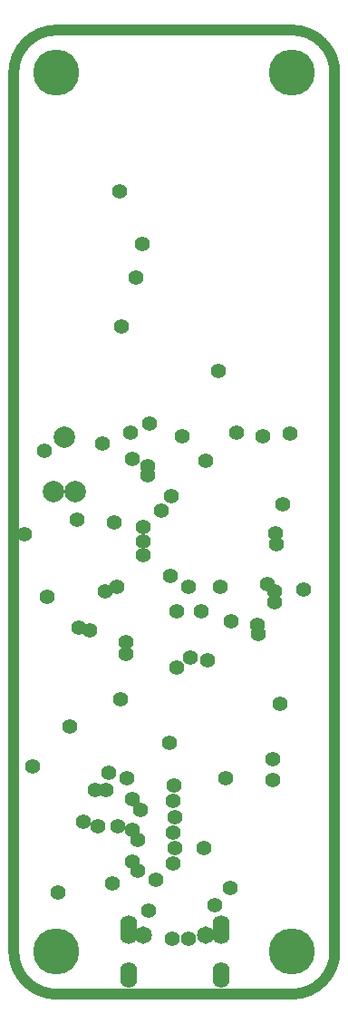
<source format=gbr>
%TF.GenerationSoftware,Altium Limited,Altium Designer,24.3.1 (35)*%
G04 Layer_Physical_Order=2*
G04 Layer_Color=32768*
%FSLAX45Y45*%
%MOMM*%
%TF.SameCoordinates,F890BB90-1D0F-4F84-9AE3-556F965AF49A*%
%TF.FilePolarity,Negative*%
%TF.FileFunction,Copper,L2,Inr,Plane*%
%TF.Part,Single*%
G01*
G75*
%TA.AperFunction,NonConductor*%
%ADD54C,1.01600*%
%TA.AperFunction,WasherPad*%
%ADD55C,4.30000*%
%TA.AperFunction,ComponentPad*%
%ADD56C,1.65000*%
%ADD57O,1.60000X2.70000*%
%ADD58O,1.60000X2.40000*%
%ADD59C,2.00000*%
%TA.AperFunction,ViaPad*%
%ADD60C,1.40000*%
D54*
X8240000Y6000000D02*
G03*
X8640000Y6400000I0J400000D01*
G01*
Y14600000D02*
G03*
X8240000Y15000000I-400000J0D01*
G01*
X5640000Y6400000D02*
G03*
X6040000Y6000000I400000J0D01*
G01*
X6039999Y15000000D02*
G03*
X5639999Y14600000I0J-400000D01*
G01*
X6040000Y6000000D02*
X8240000D01*
X8640000Y6400000D02*
Y14600000D01*
X6039999Y15000000D02*
X8240000D01*
X5639999Y14600000D02*
X5640000Y6400000D01*
D55*
X6039999Y14600000D02*
D03*
X8240000D02*
D03*
X6040000Y6400000D02*
D03*
X8240000D02*
D03*
D56*
X7431000Y6550000D02*
D03*
X6853000D02*
D03*
D57*
X7574000Y6600000D02*
D03*
X6710000D02*
D03*
D58*
X7574000Y6182000D02*
D03*
X6710000D02*
D03*
D59*
X6008500Y10692000D02*
D03*
X6211500D02*
D03*
X6110000Y11200000D02*
D03*
D60*
X7916092Y9450240D02*
D03*
X6851767Y10358234D02*
D03*
X6894600Y10843155D02*
D03*
Y10932100D02*
D03*
X7570000Y9800000D02*
D03*
X7274488Y9799487D02*
D03*
X8079173Y9660000D02*
D03*
Y9760000D02*
D03*
X7921245Y9358755D02*
D03*
X7670000Y9480000D02*
D03*
X6690000Y9180000D02*
D03*
Y9290000D02*
D03*
X7160000Y9050000D02*
D03*
X7290000Y9140000D02*
D03*
X6531244Y8068755D02*
D03*
X7453755Y9116245D02*
D03*
X7096988Y8343013D02*
D03*
X6750000Y7820000D02*
D03*
X6820000Y7720000D02*
D03*
X5740000Y10290000D02*
D03*
X5820000Y8130000D02*
D03*
X7390000Y9570000D02*
D03*
X8010000Y9830000D02*
D03*
X8091562Y10204462D02*
D03*
X6850000Y10100000D02*
D03*
X7020000Y10510000D02*
D03*
X6850000Y10230000D02*
D03*
X6750000Y11000000D02*
D03*
X8060000Y8190000D02*
D03*
X7431245Y10981244D02*
D03*
X7110000Y10650000D02*
D03*
X5930000Y11070000D02*
D03*
X6470000Y11140000D02*
D03*
X8060000Y8000000D02*
D03*
X7145000Y7655000D02*
D03*
X7131375Y7801000D02*
D03*
X6580000Y10400000D02*
D03*
X6230000Y10430000D02*
D03*
X6600000Y9800000D02*
D03*
X6490000Y9760000D02*
D03*
X6700000Y8020000D02*
D03*
X6500000Y7910000D02*
D03*
X7720000Y11240000D02*
D03*
X7970000Y11210000D02*
D03*
X8220000Y11230000D02*
D03*
X8350000Y9780000D02*
D03*
X6640000Y8750000D02*
D03*
X6610000Y7570000D02*
D03*
X6400000Y7910000D02*
D03*
X6160000Y8500000D02*
D03*
X6250000Y9420000D02*
D03*
X8081562Y10301562D02*
D03*
X6800000Y7444462D02*
D03*
X7550000Y11820000D02*
D03*
X7160000Y9570000D02*
D03*
X6730000Y11240000D02*
D03*
X6780000Y12690000D02*
D03*
X8130000Y8710000D02*
D03*
X5950000Y9710000D02*
D03*
X6800000Y7154462D02*
D03*
X7520000Y6830000D02*
D03*
X7210000Y11210000D02*
D03*
X6910000Y11330000D02*
D03*
X6650000Y12230000D02*
D03*
X6840000Y13000000D02*
D03*
X6630000Y13489999D02*
D03*
X8150000Y10570000D02*
D03*
X7100000Y9900000D02*
D03*
X6350000Y9400000D02*
D03*
X6290000Y7610000D02*
D03*
X7660000Y6990000D02*
D03*
X7620000Y8020000D02*
D03*
X7140000Y7950000D02*
D03*
X6970000Y7070000D02*
D03*
X6750000Y7530000D02*
D03*
Y7240000D02*
D03*
X7145000Y7365000D02*
D03*
X7415000D02*
D03*
X6430000Y7570000D02*
D03*
X7130000Y7220000D02*
D03*
X7131375Y7511000D02*
D03*
X6050000Y6950000D02*
D03*
X6900000Y6780000D02*
D03*
X6560000Y7030000D02*
D03*
X7270000Y6520000D02*
D03*
X7120000D02*
D03*
%TF.MD5,9ecbc384be3e5c5d305d074218e83cba*%
M02*

</source>
